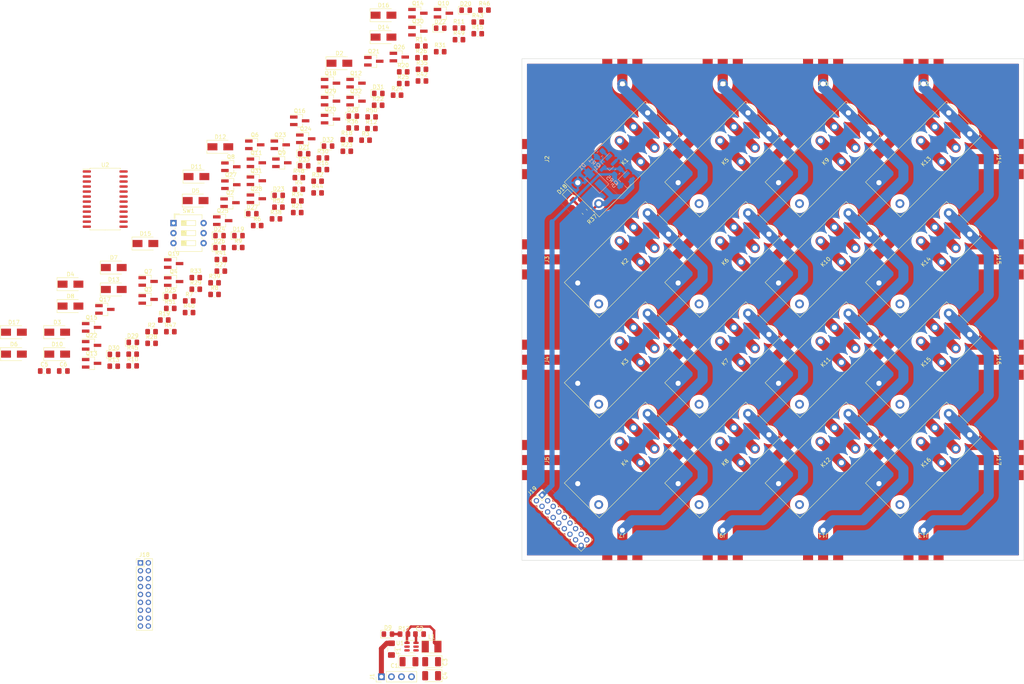
<source format=kicad_pcb>
(kicad_pcb (version 20211014) (generator pcbnew)
  (layers (0 "F.Cu" signal) (31 "B.Cu" signal) (34 "B.Paste" user) (35 "F.Paste" user) (36 "B.SilkS" user "B.Silkscreen") (37 "F.SilkS" user "F.Silkscreen") (38 "B.Mask" user) (39 "F.Mask" user) (44 "Edge.Cuts" user))
  (net 0 "")
  (net 1 "+12V")
  (net 2 "GND")
  (net 3 "Net-(C2-Pad1)")
  (net 4 "Net-(C2-Pad2)")
  (net 5 "+5V")
  (net 6 "X1Y1")
  (net 7 "X2Y1")
  (net 8 "X3Y1")
  (net 9 "Net-(D9-Pad2)")
  (net 10 "Net-(D18-Pad2)")
  (net 11 "Net-(D19-Pad2)")
  (net 12 "Net-(D20-Pad2)")
  (net 13 "Net-(D21-Pad2)")
  (net 14 "Net-(D22-Pad2)")
  (net 15 "Net-(D23-Pad2)")
  (net 16 "Net-(D24-Pad2)")
  (net 17 "Net-(D25-Pad2)")
  (net 18 "Net-(D26-Pad2)")
  (net 19 "Net-(D27-Pad2)")
  (net 20 "Net-(D28-Pad2)")
  (net 21 "Net-(D29-Pad2)")
  (net 22 "Net-(D30-Pad2)")
  (net 23 "Net-(D31-Pad2)")
  (net 24 "Net-(D32-Pad2)")
  (net 25 "Net-(D33-Pad2)")
  (net 26 "Net-(F1-Pad1)")
  (net 27 "SCL")
  (net 28 "SDA")
  (net 29 "Net-(J2-Pad1)")
  (net 30 "Net-(J3-Pad1)")
  (net 31 "Net-(J4-Pad1)")
  (net 32 "Net-(J5-Pad1)")
  (net 33 "Net-(J6-Pad1)")
  (net 34 "Net-(J8-Pad1)")
  (net 35 "Net-(J10-Pad1)")
  (net 36 "Net-(J12-Pad1)")
  (net 37 "Net-(J14-Pad1)")
  (net 38 "Net-(J15-Pad1)")
  (net 39 "Net-(J16-Pad1)")
  (net 40 "Net-(J17-Pad1)")
  (net 41 "Net-(K5-Pad3)")
  (net 42 "Net-(K2-Pad2)")
  (net 43 "Net-(K3-Pad2)")
  (net 44 "Net-(K4-Pad2)")
  (net 45 "X4Y1")
  (net 46 "Net-(K5-Pad2)")
  (net 47 "X1Y2")
  (net 48 "Net-(K10-Pad3)")
  (net 49 "X2Y2")
  (net 50 "Net-(K11-Pad3)")
  (net 51 "X3Y2")
  (net 52 "Net-(K12-Pad3)")
  (net 53 "X4Y2")
  (net 54 "Net-(K13-Pad3)")
  (net 55 "X1Y3")
  (net 56 "Net-(K10-Pad2)")
  (net 57 "X2Y3")
  (net 58 "Net-(K11-Pad2)")
  (net 59 "X3Y3")
  (net 60 "Net-(K12-Pad2)")
  (net 61 "X4Y3")
  (net 62 "X1Y4")
  (net 63 "X2Y4")
  (net 64 "X3Y4")
  (net 65 "X4Y4")
  (net 66 "IO0")
  (net 67 "Net-(Q1-Pad3)")
  (net 68 "IO1")
  (net 69 "Net-(Q2-Pad3)")
  (net 70 "IO2")
  (net 71 "Net-(Q3-Pad3)")
  (net 72 "IO3")
  (net 73 "Net-(Q4-Pad3)")
  (net 74 "IO4")
  (net 75 "Net-(Q13-Pad1)")
  (net 76 "IO5")
  (net 77 "Net-(Q10-Pad3)")
  (net 78 "IO6")
  (net 79 "Net-(Q11-Pad3)")
  (net 80 "IO7")
  (net 81 "Net-(Q12-Pad3)")
  (net 82 "IO8")
  (net 83 "Net-(Q17-Pad3)")
  (net 84 "IO9")
  (net 85 "Net-(Q18-Pad3)")
  (net 86 "IO10")
  (net 87 "Net-(Q19-Pad3)")
  (net 88 "IO11")
  (net 89 "Net-(Q20-Pad3)")
  (net 90 "IO12")
  (net 91 "Net-(Q25-Pad3)")
  (net 92 "IO13")
  (net 93 "Net-(Q26-Pad3)")
  (net 94 "IO14")
  (net 95 "Net-(Q27-Pad3)")
  (net 96 "IO15")
  (net 97 "Net-(Q28-Pad3)")
  (net 98 "/AD2")
  (net 99 "/AD1")
  (net 100 "/AD0")
  (net 102 "+12VA")
  (net 103 "GNDREF")
  (net 104 "RY0")
  (net 105 "RY1")
  (net 106 "RY2")
  (net 107 "RY3")
  (net 108 "RY4")
  (net 109 "RY5")
  (net 110 "RY6")
  (net 111 "RY7")
  (net 112 "RY8")
  (net 113 "RY9")
  (net 114 "RY10")
  (net 115 "RY11")
  (net 116 "RY12")
  (net 117 "RY13")
  (net 118 "RY14")
  (net 119 "RY15")
  (footprint "Package_TO_SOT_SMD:SOT-23_Handsoldering" (layer "F.Cu") (at 49.88 13.87)
    (fp_text reference "Q14")
    (fp_text value "ISS17EP06LM")
  )
  (footprint "Diode_SMD:D_SMA" (layer "F.Cu") (at -38.02 82.47)
    (fp_text reference "D4")
    (fp_text value "S1G")
  )
  (footprint "Diode_SMD:D_SMA" (layer "F.Cu") (at 41.18 14.37)
    (fp_text reference "D16")
    (fp_text value "S1G")
  )
  (footprint "omron:G2RL-1E" (layer "F.Cu") (at 101.6 76.2 45)
    (fp_text reference "K2")
    (fp_text value "G2RL-1-E")
  )
  (footprint "Capacitor_Tantalum_SMD:CP_EIA-3528-15_AVX-H_Pad1.50x2.35mm_HandSolder" (layer "F.Cu") (at 53.34 181.61 180)
    (fp_text reference "C4")
    (fp_text value "22uF")
  )
  (footprint "Package_TO_SOT_SMD:SOT-23_Handsoldering" (layer "F.Cu") (at 8.6 47.19)
    (fp_text reference "Q6")
    (fp_text value "ISS17EP06LM")
  )
  (footprint "Resistor_SMD:R_0805_2012Metric_Pad1.20x1.40mm_HandSolder" (layer "F.Cu") (at -1.57 85.07)
    (fp_text reference "R8")
    (fp_text value "10k")
  )
  (footprint "Resistor_SMD:R_0805_2012Metric_Pad1.20x1.40mm_HandSolder" (layer "F.Cu") (at 0.02 79.17)
    (fp_text reference "R27")
    (fp_text value "10k")
  )
  (footprint "Resistor_SMD:R_0805_2012Metric_Pad1.20x1.40mm_HandSolder" (layer "F.Cu") (at 25.84 50.51)
    (fp_text reference "R30")
    (fp_text value "10k")
  )
  (footprint "Resistor_SMD:R_0805_2012Metric_Pad1.20x1.40mm_HandSolder" (layer "F.Cu") (at -12.75 94.5)
    (fp_text reference "R47")
    (fp_text value "1k")
  )
  (footprint "Capacitor_SMD:C_0805_2012Metric_Pad1.18x1.45mm_HandSolder" (layer "F.Cu") (at -39.83 104.46)
    (fp_text reference "C6")
    (fp_text value "0.1uF")
  )
  (footprint "Inductor_SMD:L_Taiyo-Yuden_NR-30xx_HandSoldering" (layer "F.Cu") (at 53.34 174.244)
    (fp_text reference "L1")
    (fp_text value "4.7uH")
  )
  (footprint "Resistor_SMD:R_0805_2012Metric_Pad1.20x1.40mm_HandSolder" (layer "F.Cu") (at 9.22 67.63)
    (fp_text reference "R6")
    (fp_text value "10k")
  )
  (footprint "conn:Coax_Edge_2.54_1.27" (layer "F.Cu") (at 78.74 127 90)
    (fp_text reference "J5")
    (fp_text value "X4_IN")
  )
  (footprint "LED_SMD:LED_0805_2012Metric_Pad1.15x1.40mm_HandSolder" (layer "F.Cu") (at 61.975 13.115)
    (fp_text reference "D20")
    (fp_text value "RY")
  )
  (footprint "Diode_SMD:D_SMA" (layer "F.Cu") (at -41.38 100.18)
    (fp_text reference "D10")
    (fp_text value "S1G")
  )
  (footprint "Fuse:Fuse_1206_3216Metric_Pad1.42x1.75mm_HandSolder" (layer "F.Cu") (at 43.18 174.879 -90)
    (fp_text reference "F1")
    (fp_text value "1A")
  )
  (footprint "Capacitor_SMD:C_0805_2012Metric_Pad1.18x1.45mm_HandSolder" (layer "F.Cu") (at -44.64 104.46)
    (fp_text reference "C5")
    (fp_text value "0.1uF")
  )
  (footprint "Package_TO_SOT_SMD:SOT-23_Handsoldering" (layer "F.Cu") (at 2.55 52.74)
    (fp_text reference "Q8")
    (fp_text value "ISS17EP06LM")
  )
  (footprint "Package_TO_SOT_SMD:SOT-23_Handsoldering" (layer "F.Cu") (at 27.77 40.68)
    (fp_text reference "Q20")
    (fp_text value "PMBF170")
  )
  (footprint "Package_TO_SOT_SMD:SOT-23_Handsoldering" (layer "F.Cu") (at 9 51.74)
    (fp_text reference "Q11")
    (fp_text value "PMBF170")
  )
  (footprint "Diode_SMD:D_SMA" (layer "F.Cu") (at -6.15 55.23)
    (fp_text reference "D11")
    (fp_text value "S1G")
  )
  (footprint "Resistor_SMD:R_0805_2012Metric_Pad1.20x1.40mm_HandSolder" (layer "F.Cu") (at 46.355 171.069 180)
    (fp_text reference "R17")
    (fp_text value "1k")
  )
  (footprint "Resistor_SMD:R_0805_2012Metric_Pad1.20x1.40mm_HandSolder" (layer "F.Cu") (at 60.27 17.62)
    (fp_text reference "R11")
    (fp_text value "10k")
  )
  (footprint "Diode_SMD:D_SMA" (layer "F.Cu") (at -52.33 100.18)
    (fp_text reference "D6")
    (fp_text value "S1G")
  )
  (footprint "Resistor_SMD:R_0805_2012Metric_Pad1.20x1.40mm_HandSolder" (layer "F.Cu") (at 0.02 76.22)
    (fp_text reference "R41")
    (fp_text value "1k")
  )
  (footprint "LED_SMD:LED_0805_2012Metric_Pad1.15x1.40mm_HandSolder" (layer "F.Cu") (at 33.415 39.925)
    (fp_text reference "D28")
    (fp_text value "RY")
  )
  (footprint "Resistor_SMD:R_0805_2012Metric_Pad1.20x1.40mm_HandSolder" (layer "F.Cu") (at 66.72 13.07)
    (fp_text reference "R46")
    (fp_text value "1k")
  )
  (footprint "omron:G2RL-1E" (layer "F.Cu") (at 101.6 50.8 45)
    (fp_text reference "K1")
    (fp_text value "G2RL-1-E")
  )
  (footprint "conn:Coax_Edge_2.54_1.27" (layer "F.Cu") (at 200.66 127 -90)
    (fp_text reference "J17")
    (fp_text value "X4_OUT")
  )
  (footprint "Resistor_SMD:R_0805_2012Metric_Pad1.20x1.40mm_HandSolder" (layer "F.Cu") (at 46.16 31.67)
    (fp_text reference "R25")
    (fp_text value "10k")
  )
  (footprint "conn:Coax_Edge_2.54_1.27" (layer "F.Cu") (at 127 149.86 180)
    (fp_text reference "J9")
    (fp_text value "Y2_OUT")
  )
  (footprint "Resistor_SMD:R_0805_2012Metric_Pad1.20x1.40mm_HandSolder" (layer "F.Cu") (at -8.02 89.66)
    (fp_text reference "R40")
    (fp_text value "1k")
  )
  (footprint "Resistor_SMD:R_0805_2012Metric_Pad1.20x1.40mm_HandSolder" (layer "F.Cu") (at 50.77 25.12)
    (fp_text reference "R26")
    (fp_text value "10k")
  )
  (footprint "omron:G2RL-1E" (layer "F.Cu") (at 127 76.2 45)
    (fp_text reference "K6")
    (fp_text value "G2RL-1-E")
  )
  (footprint "Package_TO_SOT_SMD:SOT-23_Handsoldering" (layer "F.Cu") (at 15.05 47.19)
    (fp_text reference "Q23")
    (fp_text value "ISS17EP06LM")
  )
  (footprint "Resistor_SMD:R_0805_2012Metric_Pad1.20x1.40mm_HandSolder" (layer "F.Cu") (at -12.77 88.6)
    (fp_text reference "R51")
    (fp_text value "1k")
  )
  (footprint "conn:Coax_Edge_2.54_1.27" (layer "F.Cu") (at 127 27.94)
    (fp_text reference "J8")
    (fp_text value "Y2_IN")
  )
  (footprint "Resistor_SMD:R_0805_2012Metric_Pad1.20x1.40mm_HandSolder" (layer "F.Cu") (at 46.16 28.72)
    (fp_text reference "R20")
    (fp_text value "10k")
  )
  (footprint "Resistor_SMD:R_0805_2012Metric_Pad1.20x1.40mm_HandSolder" (layer "F.Cu") (at -7.98 86.71)
    (fp_text reference "R7")
    (fp_text value "10k")
  )
  (footprint "Diode_SMD:D_SMA" (layer "F.Cu") (at -19.06 72.18)
    (fp_text reference "D15")
    (fp_text value "S1G")
  )
  (footprint "conn:Coax_Edge_2.54_1.27" (layer "F.Cu") (at 78.74 76.2 90)
    (fp_text reference "J3")
    (fp_text value "X2_IN")
  )
  (footprint "Resistor_SMD:R_0805_2012Metric_Pad1.20x1.40mm_HandSolder" (layer "F.Cu") (at 55.52 23.61)
    (fp_text reference "R31")
    (fp_text value "10k")
  )
  (footprint "Diode_SMD:D_SMA" (layer "F.Cu") (at 41.18 19.92)
    (fp_text reference "D14")
    (fp_text value "S1G")
  )
  (footprint "omron:G2RL-1E" (layer "F.Cu") (at 177.8 101.6 45)
    (fp_text reference "K15")
    (fp_text value "G2RL-1-E")
  )
  (footprint "LED_SMD:LED_0805_2012Metric_Pad1.15x1.40mm_HandSolder" (layer "F.Cu") (at 21.095 52.495)
    (fp_text reference "D33")
    (fp_text value "RY")
  )
  (footprint "Resistor_SMD:R_0805_2012Metric_Pad1.20x1.40mm_HandSolder" (layer "F.Cu") (at -6.32 80.81)
    (fp_text reference "R33")
    (fp_text value "10k")
  )
  (footprint "Package_TO_SOT_SMD:SOT-23_Handsoldering" (layer "F.Cu") (at 2.34 61.84)
    (fp_text reference "Q2")
    (fp_text value "PMBF170")
  )
  (footprint "LED_SMD:LED_0805_2012Metric_Pad1.15x1.40mm_HandSolder" (layer "F.Cu") (at -12.725 85.605)
    (fp_text reference "D25")
    (fp_text value "RY")
  )
  (footprint "conn:Coax_Edge_2.54_1.27" (layer "F.Cu") (at 78.74 101.6 90)
    (fp_text reference "J4")
    (fp_text value "X3_IN")
  )
  (footprint "Resistor_SMD:R_0805_2012Metric_Pad1.20x1.40mm_HandSolder" (layer "F.Cu") (at 24.5 59.36)
    (fp_text reference "R44")
    (fp_text value "1k")
  )
  (footprint "Package_TO_SOT_SMD:SOT-23_Handsoldering" (layer "F.Cu") (at 38.72 26.03)
    (fp_text reference "Q21")
    (fp_text value "ISS17EP06LM")
  )
  (footprint "LED_SMD:LED_0805_2012Metric_Pad1.15x1.40mm_HandSolder" (layer "F.Cu") (at 21.095 49.455)
    (fp_text reference "D21")
    (fp_text value "RY")
  )
  (footprint "omron:G2RL-1E" (layer "F.Cu") (at 101.6 127 45)
    (fp_text reference "K4")
    (fp_text value "G2RL-1-E")
  )
  (footprint "omron:G2RL-1E" (layer "F.Cu") (at 177.8 50.8 45)
    (fp_text reference "K13")
    (fp_text value "G2RL-1-E")
  )
  (footprint "Resistor_SMD:R_0805_2012Metric_Pad1.20x1.40mm_HandSolder" (layer "F.Cu") (at -17.5 97.45)
    (fp_text reference "R28")
    (fp_text value "10k")
  )
  (footprint "Package_TO_SOT_SMD:SOT-23_Handsoldering" (layer "F.Cu") (at -29.32 88.86)
    (fp_text reference "Q17")
    (fp_text value "PMBF170")
  )
  (footprint "Package_TO_SOT_SMD:SOT-23_Handsoldering" (layer "F.Cu") (at 19.97 41.11)
    (fp_text reference "Q16")
    (fp_text value "ISS17EP06LM")
  )
  (footprint "Diode_SMD:D_SMA" (layer "F.Cu") (at -41.38 94.63)
    (fp_text reference "D3")
    (fp_text value "S1G")
  )
  (footprint "LED_SMD:LED_0805_2012Metric_Pad1.15x1.40mm_HandSolder" (layer "F.Cu") (at -0.315 73.225)
    (fp_text reference "D26")
    (fp_text value "RY")
  )
  (footprint "conn:Coax_Edge_2.54_1.27" (layer "F.Cu") (at 200.66 76.2 -90)
    (fp_text reference "J15")
    (fp_text value "X2_OUT")
  )
  (footprint "Resistor_SMD:R_0805_2012Metric_Pad1.20x1.40mm_HandSolder" (layer "F.Cu") (at 65.02 19.06)
    (fp_text reference "R15")
    (fp_text value "10k")
  )
  (footprint "Diode_SMD:D_SMA" (layer "F.Cu") (at 30.02 26.53)
    (fp_text reference "D2")
    (fp_text value "S1G")
  )
  (footprint "Resistor_SMD:R_0805_2012Metric_Pad1.20x1.40mm_HandSolder" (layer "F.Cu") (at -22.29 103.15)
    (fp_text reference "R10")
    (fp_text value "10k")
  )
  (footprint "LED_SMD:LED_0805_2012Metric_Pad1.15x1.40mm_HandSolder" (layer "F.Cu") (at -27.035 100.245)
    (fp_text reference "D30")
    (fp_text value "RY")
  )
  (footprint "conn:Coax_Edge_2.54_1.27" (layer "F.Cu") (at 152.4 149.86 180)
    (fp_text reference "J11")
    (fp_text value "Y3_OUT")
  )
  (footprint "conn:Coax_Edge_2.54_1.27" (layer "F.Cu") (at 177.8 149.86 180)
    (fp_text reference "J13")
    (fp_text value "Y4_OUT")
  )
  (footprint "Resistor_SMD:R_0805_2012Metric_Pad1.20x1.40mm_HandSolder" (layer "F.Cu") (at 50.91 31.02)
    (fp_text reference "R42")
    (fp_text value "1k")
  )
  (footprint "Package_TO_SOT_SMD:SOT-23_Handsoldering" (layer "F.Cu") (at 21.5 45.66)
    (fp_text reference "Q24")
    (fp_text value "ISS17EP06LM")
  )
  (footprint "Connector_PinSocket_2.00mm:PinSocket_2x09_P2.00mm_Vertical" (layer "F.Cu") (at 81.28 135.89 45)
    (fp_text reference "J19")
    (fp_text value "INTF_IN")
  )
  (footprint "Package_TO_SOT_SMD:SOT-23_Handsoldering" (layer "F.Cu") (at 34.22 31.58)
    (fp_text reference "Q12")
    (fp_text value "PMBF170")
  )
  (footprint "LED_SMD:LED_0805_2012Metric_Pad1.15x1.40mm_HandSolder" (layer "F.Cu") (at 14.645 59.985)
    (fp_text reference "D23")
    (fp_text value "RY")
  )
  (footprint "Package_TO_SOT_SMD:SOT-23_Handsoldering" (layer "F.Cu") (at 27.77 36.13)
    (fp_text reference "Q29")
    (fp_text value "ISS17EP06LM")
  )
  (footprint "Resistor_SMD:R_0805_2012Metric_Pad1.20x1.40mm_HandSolder" (layer "F.Cu") (at 38.12 43.07)
    (fp_text reference "R12")
    (fp_text value "10k")
  )
  (footprint "Resistor_SMD:R_0805_2012Metric_Pad1.20x1.40mm_HandSolder" (layer "F.Cu") (at -17.5 94.5)
    (fp_text reference "R2")
    (fp_text value "10k")
  )
  (footprint "Resistor_SMD:R_0805_2012Metric_Pad1.20x1.40mm_HandSolder" (layer "F.Cu") (at 39.82 37.17)
    (fp_text reference "R22")
    (fp_text value "10k")
  )
  (footprint "Resistor_SMD:R_0805_2012Metric_Pad1.20x1.40mm_HandSolder" (layer "F.Cu") (at 19.39 61.39)
    (fp_text reference "R34")
    (fp_text value "10k")
  )
  (footprint "Package_TO_SOT_SMD:SOT-23_Handsoldering" (layer "F.Cu") (at 34.22 36.13)
    (fp_text reference "Q32")
    (fp_text value "ISS17EP06LM")
  )
  (footprint "Resistor_SMD:R_0805_2012Metric_Pad1.20x1.40mm_HandSolder" (layer "F.Cu") (at 14.6 62.98)
    (fp_text reference "R52")
    (fp_text value "1k")
  )
  (footprint "Package_TO_SOT_SMD:SOT-23_Handsoldering" (layer "F.Cu") (at 0.49 66.39)
    (fp_text reference "Q25")
    (fp_text value "PMBF170")
  )
  (footprint "Capacitor_SMD:C_0805_2012Metric_Pad1.18x1.45mm_HandSolder" (layer "F.Cu") (at 50.292 171.069)
    (fp_text reference "C2")
    (fp_text value "100nF")
  )
  (footprint "LED_SMD:LED_0805_2012Metric_Pad1.15x1.40mm_HandSolder" (layer "F.Cu") (at 88.354784 60.414784 -45)
    (fp_text reference "D18")
    (fp_text value "RY")
  )
  (footprint "LED_SMD:LED_0805_2012Metric_Pad1.15x1.40mm_HandSolder" (layer "F.Cu") (at 42.3 171.069)
    (fp_text reference "D9")
    (fp_text value "PWR")
  )
  (footprint "Resistor_SMD:R_0805_2012Metric_Pad1.20x1.40mm_HandSolder" (layer "F.Cu") (at 38.16 40.12)
    (fp_text reference "R50")
    (fp_text value "1k")
  )
  (footprint "Package_TO_SOT_SMD:SOT-23_Handsoldering" (layer "F.Cu") (at -32.68 102.51)
    (fp_text reference "Q13")
    (fp_text value "ISS17EP06LM")
  )
  (footprint "omron:G2RL-1E" (layer "F.Cu") (at 127 101.6 45)
    (fp_text reference "K7")
    (fp_text value "G2RL-1-E")
  )
  (footprint "Package_TO_SOT_SMD:SOT-23_Handsoldering" (layer "F.Cu") (at 15.45 51.74)
    (fp_text reference "Q9")
    (fp_text value "PMBF170")
  )
  (footprint "Resistor_SMD:R_0805_2012Metric_Pad1.20x1.40mm_HandSolder" (layer "F.Cu") (at 65.02 16.11)
    (fp_text reference "R43")
    (fp_text value "1k")
  )
  (footprint "conn:Coax_Edge_2.54_1.27" (layer "F.Cu") (at 152.4 27.94)
    (fp_text reference "J10")
    (fp_text value "Y3_IN")
  )
  (footprint "Package_TO_SOT_SMD:SOT-23_Handsoldering" (layer "F.Cu") (at -11.92 77.26)
    (fp_text reference "Q19")
    (fp_text value "PMBF170")
  )
  (footprint "LED_SMD:LED_0805_2012Metric_Pad1.15x1.40mm_HandSolder" (layer "F.Cu") (at -0.315 70.185)
    (fp_text reference "D24")
    (fp_text value "RY")
  )
  (footprint "Package_TO_SOT_SMD:SOT-23_Handsoldering" (layer "F.Cu") (at -18.37 81.78)
    (fp_text reference "Q7")
    (fp_text value "ISS17EP06LM")
  )
  (footprint "omron:G2RL-1E" (layer "F.Cu") (at 127 50.8 45)
    (fp_text reference "K5")
    (fp_text value "G2RL-1-E")
  )
  (footprint "Resistor_SMD:R_0805_2012Metric_Pad1.20x1.40mm_HandSolder" (layer "F.Cu") (at 24.5 56.41)
    (fp_text reference "R32")
    (fp_text value "10k")
  )
  (footprint "LED_SMD:LED_0805_2012Metric_Pad1.15x1.40mm_HandSolder" (layer "F.Cu") (at 7.985 64.635)
    (fp_text reference "D27")
    (fp_text value "RY")
  )
  (footprint "Resistor_SMD:R_0805_2012Metric_Pad1.20x1.40mm_HandSolder" (layer "F.Cu") (at 4.43 73.18)
    (fp_text reference "R9")
    (fp_text value "10k")
  )
  (footprint "Resistor_SMD:R_0805_2012Metric_Pad1.20x1.40mm_HandSolder" (layer "F.Cu") (at 25.84 53.46)
    (fp_text reference "R16")
    (fp_text value "10k")
  )
  (footprint "Diode_SMD:D_SMA" (layer "F.Cu") (at -6.36 61.31)
    (fp_text reference "D5")
    (fp_text value "S1G")
  )
  (footprint "LED_SMD:LED_0805_2012Metric_Pad1.15x1.40mm_HandSolder" (layer "F.Cu") (at 55.525 17.665)
    (fp_text reference "D22")
    (fp_text value "RY")
  )
  (footprint "Package_TO_SOT_SMD:SOT-23_Handsoldering" (layer "F.Cu") (at -32.68 93.41)
    (fp_text reference "Q15")
    (fp_text value "ISS17EP06LM")
  )
  (footprint "Resistor_SMD:R_0805_2012Metric_Pad1.20x1.40mm_HandSolder" (layer "F.Cu") (at 31.89 45.87)
    (fp_text reference "R18")
    (fp_text value "10k")
  )
  (footprint "Package_TO_SOT_SMD:SOT-23_Handsoldering" (layer "F.Cu") (at 2.55 57.29)
    (fp_text reference "Q27")
    (fp_text value "PMBF170")
  )
  (footprint "Resistor_SMD:R_0805_2012Metric_Pad1.20x1.40mm_HandSolder" (layer "F.Cu") (at -1.57 82.12)
    (fp_text reference "R39")
    (fp_text value "1k")
  )
  (footprint "omron:G2RL-1E" (layer "F.Cu") (at 127 127 45)
    (fp_text reference "K8")
    (fp_text value "G2RL-1-E")
  )
  (footprint "conn:Coax_Edge_2.54_1.27" (layer "F.Cu") (at 177.8 27.94)
    (fp_text reference "J12")
    (fp_text value "Y4_IN")
  )
  (footprint "Resistor_SMD:R_0805_2012Metric_Pad1.20x1.40mm_HandSolder" (layer "F.Cu") (at -27.08 103.24)
    (fp_text reference "R13")
    (fp_text value "10k")
  )
  (footprint "Resistor_SMD:R_0805_2012Metric_Pad1.20x1.40mm_HandSolder" (layer "F.Cu") (at 60.27 20.57)
    (fp_text reference "R49")
    (fp_text value "1k")
  )
  (footprint "Package_TO_SOT_SMD:SOT-23_Handsoldering" (layer "F.Cu") (at 45.17 24.97)
    (fp_text reference "Q26")
    (fp_text value "PMBF170")
  )
  (footprint "Package_TO_SOT_SMD:SOT-23_Handsoldering" (layer "F.Cu") (at 56.33 13.87)
    (fp_text reference "Q10")
    (fp_text value "PMBF170")
  )
  (footprint "Resistor_SMD:R_0805_2012Metric_Pad1.20x1.40mm_HandSolder" (layer "F.Cu") (at -6.32 83.76)
    (fp_text reference "R29")
    (fp_text value "10k")
  )
  (footprint "Resistor_SMD:R_0805_2012Metric_Pad1.20x1.40mm_HandSolder" (layer "F.Cu") (at 19.35 64.34)
    (fp_text reference "R21")
    (fp_text value "10k")
  )
  (footprint "Capacitor_Tantalum_SMD:CP_EIA-3528-15_AVX-H_Pad1.50x2.35mm_HandSolder" (layer "F.Cu") (at 53.34 178.054 180)
    (fp_text reference "C3")
    (fp_text value "22uF")
  )
  (footprint "Package_SO:SOIC-24W_7.5x15.4mm_P1.27mm" (layer "F.Cu") (at -29.24 60.93)
    (fp_text reference "U2")
    (fp_text value "PCA9535EDTR2G")
  )
  (footprint "Diode_SMD:D_SMA" (layer "F.Cu") (at -38.02 88.02)
    (fp_text reference "D8")
    (fp_text value "S1G")
  )
  (footprint "omron:G2RL-1E" (layer "F.Cu") (at 177.8 127 45)
    (fp_text reference "K16")
    (fp_text value "G2RL-1-E")
  )
  (footprint "Package_TO_SOT_SMD:SOT-23_Handsoldering" (layer "F.Cu") (at -11.92 81.81)
    (fp_text reference "Q4")
    (fp_text value "PMBF170")
  )
  (footprint "Resistor_SMD:R_0805_2012Metric_Pad1.20x1.40mm_HandSolder" (layer "F.Cu") (at 31.89 48.82)
    (fp_text reference "R23")
    (fp_text value "10k")
  )
  (footprint "LED_SMD:LED_0805_2012Metric_Pad1.15x1.40mm_HandSolder" (layer "F.Cu") (at -22.245 97.205)
    (fp_text reference "D29")
    (fp_text value "RY")
  )
  (footprint "Package_TO_SOT_SMD:SOT-23_Handsoldering" (layer "F.Cu") (at 49.88 18.42)
    (fp_text reference "Q30")
    (fp_text value "ISS17EP06LM")
  )
  (footprint "Resistor_SMD:R_0805_2012Metric_Pad1.20x1.40mm_HandSolder" (layer "F.Cu") (at 44.61 34.62)
    (fp_text reference "R24")
    (fp_text value "10k")
  )
  (footprint "Resistor_SMD:R_0805_2012Metric_Pad1.20x1.40mm_HandSolder" (layer "F.Cu") (at 50.77 22.17)
    (fp_text reference "R14")
    (fp_text value "10k")
  )
  (footprint "Resistor_SMD:R_0805_2012Metric_Pad1.20x1.40mm_HandSolder" (layer "F.Cu") (at 92.075 64.135 135)
    (fp_text reference "R37")
    (fp_text value "1k")
  )
  (footprint "conn:Coax_Edge_2.54_1.27" (layer "F.Cu") (at 78.74 50.8 90)
    (fp_text reference "J2")
    (fp_text value "X1_IN")
  )
  (footprint "Resistor_SMD:R_0805_2012Metric_Pad1.20x1.40mm_HandSolder" (layer "F.Cu") (at 36.64 46.02)
    (fp_text reference "R3")
    (fp_text value "10k")
  )
  (footprint "Resistor_SMD:R_0805_2012Metric_Pad1.20x1.40mm_HandSolder" (layer "F.Cu") (at 19.75 55.49)
    (fp_text reference "R48")
    (fp_text value "1k")
  )
  (footprint "omron:G2RL-1E" (layer "F.Cu") (at 152.4 50.8 45)
    (fp_text reference "K9")
    (fp_text value "G2RL-1-E")
  )
  (footprint "Diode_SMD:D_SMA" (layer "F.Cu") (at -52.33 94.63)
    (fp_text reference "D17")
    (fp_text value "S1G")
  )
  (footprint "conn:Coax_Edge_2.54_1.27" (layer "F.Cu") (at 101.6 27.94)
    (fp_text reference "J6")
    (fp_text value "Y1_IN")
  )
  (footprint "Connector_PinHeader_2.54mm:PinHeader_1x04_P2.54mm_Vertical" (layer "F.Cu") (at 40.64 181.864 90)
    (fp_text reference "J1")
    (fp_text value "CTRL")
  )
  (footprint "Resistor_SMD:R_0805_2012Metric_Pad1.20x1.40mm_HandSolder" (layer "F.Cu") (at 33.37 42.92)
    (fp_text reference "R36")
    (fp_text value "10k")
  )
  (footprint "conn:Coax_Edge_2.54_1.27" (layer "F.Cu") (at 101.6 149.86 180)
    (fp_text reference "J7")
    (fp_text value "Y1_OUT")
  )
  (footprint "Resistor_SMD:R_0805_2012Metric_Pad1.20x1.40mm_HandSolder" (layer "F.Cu") (at 50.91 28.07)
    (fp_text reference "R35")
    (fp_text value "10k")
  )
  (footprint "Resistor_SMD:R_0805_2012Metric_Pad1.20x1.40mm_HandSolder" (layer "F.Cu") (at -14.29 91.55)
    (fp_text reference "R19")
    (fp_text value "10k")
  )
  (footprint "Package_TO_SOT_SMD:SOT-23_Handsoldering" (layer "F.Cu") (at 9 56.29)
    (fp_text reference "Q31")
    (fp_text value "ISS17EP06LM")
  )
  (footprint "Resistor_SMD:R_0805_2012Metric_Pad1.20x1.40mm_HandSolder" (layer "F.Cu") (at 13.97 65.93)
    (fp_text reference "R38")
    (fp_text value "1k")
  )
  (footprint "Resistor_SMD:R_0805_2012Metric_Pad1.20x1.40mm_HandSolder" (layer "F.Cu") (at -22.29 100.2)
    (fp_text reference "R45")
    (fp_text value "1k")
  )
  (footprint "LED_SMD:LED_0805_2012Metric_Pad1.15x1.40mm_HandSolder" (layer "F.Cu") (at 39.865 34.175)
    (fp_text reference "D31")
    (fp_text value "RY")
  )
  (footprint "conn:Coax_Edge_2.54_1.27" (layer "F.Cu") (at 200.66 101.6 -90)
    (fp_text reference "J16")
    (fp_text value "X3_OUT")
  )
  (footprint "omron:G2RL-1E" (layer "F.Cu") (at 101.6 101.6 45)
    (fp_text reference "K3")
    (fp_text value "G2RL-1-E")
  )
  (footprint "Package_TO_SOT_SMD:SOT-23_Handsoldering" (layer "F.Cu") (at 27.77 31.58)
    (fp_text reference "Q18")
    (fp_text value "PMBF170")
  )
  (footprint "conn:Coax_Edge_2.54_1.27" (layer "F.Cu") (at 200.66 50.8 -90)
    (fp_text reference "J14")
    (fp_text value "X1_OUT")
  )
  (footprint "Capacitor_Tantalum_SMD:CP_EIA-3528-15_AVX-H_Pad1.50x2.35mm_HandSolder" (layer "F.Cu") (at 47.625 178.054)
    (fp_text reference "C1")
    (fp_text value "10uF")
  )
  (footprint "Package_TO_SOT_SMD:SOT-23_Handsoldering" (layer "F.Cu") (at 9 60.84)
    (fp_text reference "Q28")
    (fp_text value "PMBF170")
  )
  (footprint "Package_TO_SOT_SMD:SOT-23_Handsoldering" (layer "F.Cu") (at -18.37 86.33)
    (fp_text reference "Q3")
    (fp_text value "PMBF170")
  )
  (footprint "omron:G2RL-1E" (layer "F.Cu") (at 152.4 127 45)
    (fp_text reference "K12")
    (fp_text value "G2RL-1-E")
  )
  (footprint "Diode_SMD:D_SMA" (layer "F.Cu") (at -27.07 78.26)
    (fp_text reference "D7")
    (fp_text value "S1G")
  )
  (footprint "LED_SMD:LED_0805_2012Metric_Pad1.15x1.40mm_HandSolder" (layer "F.Cu") (at 27.145 47.515)
    (fp_text reference "D32")
    (fp_text value "RY")
  )
  (footprint "Button_Switch_THT:SW_DIP_SPSTx03_Slide_6.7x9.18mm_W7.62mm_P2.54mm_LowProfile" (layer "F.Cu") (at -11.96 67.01)
    (fp_text reference "SW1")
    (fp_text value "SW_DIP_x03")
  )
  (footprint "Diode_SMD:D_SMA" (layer "F.Cu") (at -27.07 83.81)
    (fp_text reference "D13")
    (fp_text value "S1G")
  )
  (footprint "omron:G2RL-1E" (layer "F.Cu") (at 152.4 76.2 45)
    (fp_text reference "K10")
    (fp_text value "G2RL-1-E")
  )
  (footprint "Diode_SMD:D_SMA" (layer "F.Cu") (at -0.1 47.69)
    (fp_text reference "D12")
    (fp_text value "S1G")
  )
  (footprint "Connector_PinHeader_2.00mm:PinHeader_2x09_P2.00mm_Vertical" (layer "F.Cu") (at -20.32 153.035)
    (fp_text reference "J18")
    (fp_text value "INTF_OUT")
  )
  (footprint "Resistor_SMD:R_0805_2012Metric_Pad1.20x1.40mm_HandSolder" (layer "F.Cu") (at 19.75 58.44)
    (fp_text reference "R4")
    (fp_text value "10k")
  )
  (footprint "omron:G2RL-1E" (layer "F.Cu") (at 152.4 101.6 45)
    (fp_text reference "K11")
    (fp_text value "G2RL-1-E")
  )
  (footprint "omron:G2RL-1E" (layer "F.Cu") (at 177.8 76.2 45)
    (fp_text reference "K14")
    (fp_text value "G2RL-1-E")
  )
  (footprint "Package_TO_SOT_SMD:SOT-23_Handsoldering" (layer "F.Cu") (at -32.68 97.96)
    (fp_text reference "Q22")
    (fp_text value "ISS17EP06LM")
  )
  (footprint "LED_SMD:LED_0805_2012Metric_Pad1.15x1.40mm_HandSolder" (layer "F.Cu") (at 4.475 70.185)
    (fp_text reference "D19")
    (fp_text value "RY")
  )
  (footprint "Package_TO_SOT_SMD:TSOT-23-6" (layer "F.Cu") (at 48.26 174.244)
    (fp_text reference "U1")
    (fp_text value "AP63205WU")
  )
  (footprint "Resistor_SMD:R_0805_2012Metric_Pad1.20x1.40mm_HandSolder" (layer "B.Cu") (at 95.885 49.53 -135)
    (fp_text reference "R1")
    (fp_text value "10k")
  )
  (footprint "Package_TO_SOT_SMD:SOT-23_Handsoldering" (layer "B.Cu") (at 97.79 52.07 -135)
    (fp_text reference "Q1")
    (fp_text value "PMBF170")
  )
  (footprint "Resistor_SMD:R_0805_2012Metric_Pad1.20x1.40mm_HandSolder" (layer "B.Cu") (at 100.33 53.975 45)
    (fp_text reference "R5")
    (fp_text value "10k")
  )
  (footprint "Diode_SMD:D_SMA" (layer "B.Cu") (at 94.615 55.88 135)
    (fp_text reference "D1")
    (fp_text value "S1G")
  )
  (footprint "Package_TO_SOT_SMD:SOT-23_Handsoldering" (layer "B.Cu") (at 102.235 56.515 -135)
    (fp_text reference "Q5")
    (fp_text value "ISS17EP06LM")
  )
  (gr_poly (pts (xy 203.2 152.4) (xy 76.2 152.4) (xy 76.2 25.4) (xy 203.2 25.4)) (layer "Edge.Cuts") (width 0.1) (fill none))
  (segment (start 83.82 133.35) (end 83.82 66.675) (width 1.27) (layer "B.Cu") (net 1))
  (segment (start 99.622893 54.682107) (end 95.812893 54.682107) (width 0.635) (layer "B.Cu") (net 1))
  (segment (start 99.622893 56.024213) (end 101.17434 57.57566) (width 1.27) (layer "B.Cu") (net 1))
  (segment (start 95.812893 54.682107) (end 83.82 66.675) (width 0.635) (layer "B.Cu") (net 1))
  (segment (start 81.28 135.89) (end 83.82 133.35) (width 1.27) (layer "B.Cu") (net 1))
  (segment (start 99.622893 54.682107) (end 99.622893 56.024213) (width 1.27) (layer "B.Cu") (net 1))
  (segment (start 49.3975 171.212) (end 49.2545 171.069) (width 0.635) (layer "F.Cu") (net 3))
  (segment (start 49.3975 173.294) (end 49.3975 171.212) (width 0.635) (layer "F.Cu") (net 3))
  (segment (start 47.355 171.069) (end 47.355 169.942) (width 0.635) (layer "F.Cu") (net 5))
  (segment (start 53.975 173.279) (end 54.94 174.244) (width 0.635) (layer "F.Cu") (net 5))
  (segment (start 47.1225 171.3015) (end 47.355 171.069) (width 0.635) (layer "F.Cu") (net 5))
  (segment (start 53.975 170.18) (end 53.975 173.279) (width 0.635) (layer "F.Cu") (net 5))
  (segment (start 52.959 169.164) (end 53.975 170.18) (width 0.635) (layer "F.Cu") (net 5))
  (segment (start 47.355 169.942) (end 48.133 169.164) (width 0.635) (layer "F.Cu") (net 5))
  (segment (start 47.1225 173.294) (end 47.1225 171.3015) (width 0.635) (layer "F.Cu") (net 5))
  (segment (start 48.133 169.164) (end 52.959 169.164) (width 0.635) (layer "F.Cu") (net 5))
  (segment (start 95.624948 62.078353) (end 95.545861 62.078353) (width 1.27) (layer "F.Cu") (net 6))
  (segment (start 92.861194 64.842107) (end 95.624948 62.078353) (width 0.635) (layer "F.Cu") (net 6))
  (segment (start 92.782107 64.842107) (end 92.861194 64.842107) (width 0.635) (layer "F.Cu") (net 6))
  (segment (start 103.967412 57.957588) (end 101.6 60.325) (width 1.27) (layer "B.Cu") (net 6))
  (segment (start 97.306647 62.078353) (end 95.624948 62.078353) (width 1.27) (layer "B.Cu") (net 6))
  (segment (start 99.06 60.325) (end 97.306647 62.078353) (width 1.27) (layer "B.Cu") (net 6))
  (segment (start 103.967412 56.126091) (end 103.967412 57.957588) (width 1.27) (layer "B.Cu") (net 6))
  (segment (start 99.06 60.325) (end 96.029214 57.294214) (width 1.27) (layer "B.Cu") (net 6))
  (segment (start 101.6 60.325) (end 99.06 60.325) (width 1.27) (layer "B.Cu") (net 6))
  (segment (start 43.325 171.069) (end 45.355 171.069) (width 0.635) (layer "F.Cu") (net 9))
  (segment (start 91.367893 63.427893) (end 89.079568 61.139568) (width 0.635) (layer "F.Cu") (net 10))
  (segment (start 40.64 181.864) (end 40.64 174.752) (width 1.27) (layer "F.Cu") (net 26))
  (segment (start 40.64 174.752) (end 42.0005 173.3915) (width 1.27) (layer "F.Cu") (net 26))
  (segment (start 42.0005 173.3915) (end 43.18 173.3915) (width 1.27) (layer "F.Cu") (net 26))
  (segment (start 99.06 40.64) (end 102.470865 40.64) (width 2.54) (layer "F.Cu") (net 29))
  (segment (start 78.74 50.8) (end 88.9 50.8) (width 2.54) (layer "F.Cu") (net 29))
  (segment (start 102.470865 40.64) (end 109.767083 47.936218) (width 2.54) (layer "F.Cu") (net 29))
  (segment (start 88.9 50.8) (end 99.06 40.64) (width 2.54) (layer "F.Cu") (net 29))
  (segment (start 88.9 76.2) (end 99.06 66.04) (width 2.54) (layer "F.Cu") (net 30))
  (segment (start 99.06 66.04) (end 102.470865 66.04) (width 2.54) (layer "F.Cu") (net 30))
  (segment (start 78.74 76.2) (end 88.9 76.2) (width 2.54) (layer "F.Cu") (net 30))
  (segment (start 102.470865 66.04) (end 109.767083 73.336218) (width 2.54) (layer "F.Cu") (net 30))
  (segment (start 102.470865 91.44) (end 104.463782 93.432917) (width 2.54) (layer "F.Cu") (net 31))
  (segment (start 88.9 101.6) (end 99.06 91.44) (width 2.54) (layer "F.Cu") (net 31))
  (segment (start 99.06 91.44) (end 102.470865 91.44) (width 2.54) (layer "F.Cu") (net 31))
  (segment (start 78.74 101.6) (end 88.9 101.6) (width 2.54) (layer "F.Cu") (net 31))
  (segment (start 109.767083 98.736218) (end 104.463782 93.432917) (width 2.54) (layer "F.Cu") (net 31))
  (segment (start 102.470865 116.84) (end 109.767083 124.136218) (width 2.54) (layer "F.Cu") (net 32))
  (segment (start 78.74 127) (end 88.9 127) (width 2.54) (layer "F.Cu") (net 32))
  (segment (start 99.06 116.84) (end 102.470865 116.84) (width 2.54) (layer "F.Cu") (net 32))
  (segment (start 88.9 127) (end 99.06 116.84) (width 2.54) (layer "F.Cu") (net 32))
  (segment (start 101.6 27.94) (end 101.6 31.75) (width 2.54) (layer "F.Cu") (net 33))
  (segment (start 101.6 144.78) (end 101.6 149.86) (width 2.54) (layer "F.Cu") (net 33))
  (via (at 101.6 31.75) (size 2.54) (drill 1.27) (layers "F.Cu" "B.Cu") (net 33))
  (via (at 101.6 144.78) (size 2.54) (drill 1.27) (layers "F.Cu" "B.Cu") (net 33))
  (segment (start 107.999316 89.897383) (end 110.650967 92.549033) (width 2.54) (layer "B.Cu") (net 33))
  (segment (start 111.76 68.258067) (end 111.76 66.04) (width 2.54) (layer "B.Cu") (net 33))
  (segment (start 121.92 103.818067) (end 121.92 106.68) (width 2.54) (layer "B.Cu") (net 33))
  (segment (start 111.76 66.04) (end 121.92 55.88) (width 2.54) (layer "B.Cu") (net 33))
  (segment (start 110.650967 92.549033) (end 113.302617 95.200684) (width 2.54) (layer "B.Cu") (net 33))
  (segment (start 121.92 53.018067) (end 113.302617 44.400684) (width 2.54) (layer "B.Cu") (net 33))
  (segment (start 113.302617 69.800684) (end 107.999316 64.497383) (width 2.54) (layer "B.Cu") (net 33))
  (segment (start 101.6 31.75) (end 101.6 32.698067) (width 2.54) (layer "B.Cu") (net 33))
  (segment (start 101.6 32.698067) (end 113.302617 44.400684) (width 2.54) (layer "B.Cu") (net 33))
  (segment (start 121.92 78.418067) (end 121.92 81.28) (width 2.54) (layer "B.Cu") (net 33))
  (segment (start 121.92 129.218067) (end 121.92 132.08) (width 2.54) (layer "B.Cu") (net 33))
  (segment (start 113.302617 69.800684) (end 111.76 68.258067) (width 2.54) (layer "B.Cu") (net 33))
  (segment (start 121.92 106.68) (end 110.650967 117.949033) (width 2.54) (layer "B.Cu") (net 33))
  (segment (start 121.92 132.08) (end 111.76 142.24) (width 2.54) (layer "B.Cu") (net 33))
  (segment (start 113.302617 120.600684) (end 121.92 129.218067) (width 2.54) (layer "B.Cu") (net 33))
  (segment (start 121.92 81.28) (end 110.650967 92.549033) (width 2.54) (layer "B.Cu") (net 33))
  (segment (start 111.76 142.24) (end 104.14 142.24) (width 2.54) (layer "B.Cu") (net 33))
  (segment (start 110.650967 117.949033) (end 113.302617 120.600684) (width 2.54) (layer "B.Cu") (net 33))
  (segment (start 107.999316 115.297383) (end 110.650967 117.949033) (width 2.54) (layer "B.Cu") (net 33))
  (segment (start 104.14 142.24) (end 101.6 144.78) (width 2.54) (layer "B.Cu") (net 33))
  (segment (start 113.302617 95.200684) (end 121.92 103.818067) (width 2.54) (layer "B.Cu") (net 33))
  (segment (start 121.92 55.88) (end 121.92 53.018067) (width 2.54) (layer "B.Cu") (net 33))
  (segment (start 113.302617 69.800684) (end 121.92 78.418067) (width 2.54) (layer "B.Cu") (net 33))
  (segment (start 127 27.94) (end 127 31.75) (width 2.54) (layer "F.Cu") (net 34))
  (segment (start 127 144.78) (end 127 149.86) (width 2.54) (layer "F.Cu") (net 34))
  (via (at 127 144.78) (size 2.54) (drill 1.27) (layers "F.Cu" "B.Cu") (net 34))
  (via (at 127 31.75) (size 2.54) (drill 1.27) (layers "F.Cu" "B.Cu") (net 34))
  (segment (start 147.32 53.018067) (end 147.32 55.88) (width 2.54) (layer "B.Cu") (net 34))
  (segment (start 147.32 129.218067) (end 147.32 132.08) (width 2.54) (layer "B.Cu") (net 34))
  (segment (start 147.32 78.418067) (end 147.32 81.28) (width 2.54) (layer "B.Cu") (net 34))
  (segment (start 147.32 106.68) (end 136.050967 117.949033) (width 2.54) (layer "B.Cu") (net 34))
  (segment (start 147.32 103.818067) (end 147.32 106.68) (width 2.54) (layer "B.Cu") (net 34))
  (segment (start 136.050967 92.549033) (end 138.702617 95.200684) (width 2.54) (layer "B.Cu") (net 34))
  (segment (start 147.32 55.88) (end 136.050967 67.149033) (width 2.54) (layer "B.Cu") (net 34))
  (segment (start 136.050967 67.149033) (end 138.702617 69.800684) (width 2.54) (layer "B.Cu") (net 34))
  (segment (start 137.16 142.24) (end 129.54 142.24) (width 2.54) (layer "B.Cu") (net 34))
  (segment (start 127 32.698067) (end 138.702617 44.400684) (width 2.54) (layer "B.Cu") (net 34))
  (segment (start 136.050967 117.949033) (end 138.702617 120.600684) (width 2.54) (layer "B.Cu") (net 34))
  (segment (start 147.32 81.28) (end 136.050967 92.549033) (width 2.54) (layer "B.Cu") (net 34))
  (segment (start 147.32 132.08) (end 137.16 142.24) (width 2.54) (layer "B.Cu") (net 34))
  (segment (start 133.399316 64.497383) (end 136.050967 67.149033) (width 2.54) (layer "B.Cu") (net 34))
  (segment (start 133.399316 89.897383) (end 136.050967 92.549033) (width 2.54) (layer "B.Cu") (net 34))
  (segment (start 129.54 142.24) (end 127 144.78) (width 2.54) (layer "B.Cu") (net 34))
  (segment (start 138.702617 69.800684) (end 147.32 78.418067) (width 2.54) (layer "B.Cu") (net 34))
  (segment (start 133.399316 115.297383) (end 136.050967 117.949033) (width 2.54) (layer "B.Cu") (net 34))
  (segment (start 138.702617 44.400684) (end 147.32 53.018067) (width 2.54) (layer "B.Cu") (net 34))
  (segment (start 138.702617 95.200684) (end 147.32 103.818067) (width 2.54) (layer "B.Cu") (net 34))
  (segment (start 138.702617 120.600684) (end 147.32 129.218067) (width 2.54) (layer "B.Cu") (net 34))
  (segment (start 127 31.75) (end 127 32.698067) (width 2.54) (layer "B.Cu") (net 34))
  (segment (start 152.4 27.94) (end 152.4 31.75) (width 2.54) (layer "F.Cu") (net 35))
  (segment (start 152.4 144.78) (end 152.4 149.86) (width 2.54) (layer "F.Cu") (net 35))
  (via (at 152.4 144.78) (size 2.54) (drill 1.27) (layers "F.Cu" "B.Cu") (net 35))
  (via (at 152.4 31.75) (size 2.54) (drill 1.27) (layers "F.Cu" "B.Cu") (net 35))
  (segment (start 158.799316 115.297383) (end 161.450967 117.949033) (width 2.54) (layer "B.Cu") (net 35))
  (segment (start 172.72 129.218067) (end 172.72 132.08) (width 2.54) (layer "B.Cu") (net 35))
  (segment (start 172.72 55.88) (end 161.450967 67.149033) (width 2.54) (layer "B.Cu") (net 35))
  (segment (start 161.450967 67.149033) (end 164.102617 69.800684) (width 2.54) (layer "B.Cu") (net 35))
  (segment (start 172.72 81.28) (end 161.450967 92.549033) (width 2.54) (layer "B.Cu") (net 35))
  (segment (start 172.72 106.68) (end 161.450967 117.949033) (width 2.54) (layer "B.Cu") (net 35))
  (segment (start 158.799316 89.897383) (end 161.450967 92.549033) (width 2.54) (layer "B.Cu") (net 35))
  (segment (start 152.4 32.698067) (end 164.102617 44.400684) (width 2.54) (layer "B.Cu") (net 35))
  (segment (start 152.4 31.75) (end 152.4 32.698067) (width 2.54) (layer "B.Cu") (net 35))
  (segment (start 172.72 103.818067) (end 172.72 106.68) (width 2.54) (layer "B.Cu") (net 35))
  (segment (start 164.102617 120.600684) (end 172.72 129.218067) (width 2.54) (layer "B.Cu") (net 35))
  (segment (start 158.799316 64.497383) (end 161.450967 67.149033) (width 2.54) (layer "B.Cu") (net 35))
  (segment (start 162.56 142.24) (end 154.94 142.24) (width 2.54) (layer "B.Cu") (net 35))
  (segment (start 172.72 132.08) (end 162.56 142.24) (width 2.54) (layer "B.Cu") (net 35))
  (segment (start 161.450967 117.949033) (end 164.102617 120.600684) (width 2.54) (layer "B.Cu") (net 35))
  (segment (start 154.94 142.24) (end 152.4 144.78) (width 2.54) (layer "B.Cu") (net 35))
  (segment (start 161.450967 92.549033) (end 164.102617 95.200684) (width 2.54) (layer "B.Cu") (net 35))
  (segment (start 164.102617 44.400684) (end 172.72 53.018067) (width 2.54) (layer "B.Cu") (net 35))
  (segment (start 164.102617 69.800684) (end 172.72 78.418067) (width 2.54) (layer "B.Cu") (net 35))
  (segment (start 172.72 53.018067) (end 172.72 55.88) (width 2.54) (layer "B.Cu") (net 35))
  (segment (start 172.72 78.418067) (end 172.72 81.28) (width 2.54) (layer "B.Cu") (net 35))
  (segment (start 164.102617 95.200684) (end 172.72 103.818067) (width 2.54) (layer "B.Cu") (net 35))
  (segment (start 177.8 144.78) (end 177.8 149.86) (width 2.54) (layer "F.Cu") (net 36))
  (segment (start 177.8 27.94) (end 177.8 31.75) (width 2.54) (layer "F.Cu") (net 36))
  (via (at 177.8 144.78) (size 2.54) (drill 1.27) (layers "F.Cu" "B.Cu") (net 36))
  (via (at 177.8 31.75) (size 2.54) (drill 1.27) (layers "F.Cu" "B.Cu") (net 36))
  (segment (start 184.199316 89.897383) (end 186.850967 92.549033) (width 2.54) (layer "B.Cu") (net 36))
  (segment (start 189.502617 44.400684) (end 194.31 49.208067) (width 2.54) (layer "B.Cu") (net 36))
  (segment (start 177.8 31.75) (end 177.8 32.698067) (width 2.54) (layer "B.Cu") (net 36))
  (segment (start 194.31 110.49) (end 186.850967 117.949033) (width 2.54) (layer "B.Cu") (net 36))
  (segment (start 186.850967 92.549033) (end 189.502617 95.200684) (width 2.54) (layer "B.Cu") (net 36))
  (segment (start 194.31 49.208067) (end 194.31 59.69) (width 2.54) (layer "B.Cu") (net 36))
  (segment (start 194.31 74.608067) (end 194.31 85.09) (width 2.54) (layer "B.Cu") (net 36))
  (segment (start 189.502617 120.600684) (end 194.31 125.408067) (width 2.54) (layer "B.Cu") (net 36))
  (segment (start 184.199316 115.297383) (end 186.850967 117.949033) (width 2.54) (layer "B.Cu") (net 36))
  (segment (start 184.199316 64.497383) (end 186.850967 67.149033) (width 2.54) (layer "B.Cu") (net 36))
  (segment (start 194.31 125.408067) (end 194.31 135.89) (width 2.54) (layer "B.Cu") (net 36))
  (segment (start 177.8 32.698067) (end 189.502617 44.400684) (width 2.54) (layer "B.Cu") (net 36))
  (segment (start 180.34 142.24) (end 177.8 144.78) (width 2.54) (layer "B.Cu") (net 36))
  (segment (start 186.850967 67.149033) (end 189.502617 69.800684) (width 2.54) (layer "B.Cu") (net 36))
  (segment (start 189.502617 69.800684) (end 194.31 74.608067) (width 2.54) (layer "B.Cu") (net 36))
  (segment (start 189.502617 95.200684) (end 194.31 100.008067) (width 2.54) (layer "B.Cu") (net 36))
  (segment (start 194.31 100.008067) (end 194.31 110.49) (width 2.54) (layer "B.Cu") (net 36))
  (segment (start 194.31 135.89) (end 187.96 142.24) (width 2.54) (layer "B.Cu") (net 36))
  (segment (start 194.31 85.09) (end 186.850967 92.549033) (width 2.54) (layer "B.Cu") (net 36))
  (segment (start 194.31 59.69) (end 186.850967 67.149033) (width 2.54) (layer "B.Cu") (net 36))
  (segment (start 187.96 142.24) (end 180.34 142.24) (width 2.54) (layer "B.Cu") (net 36))
  (segment (start 186.850967 117.949033) (end 189.502617 120.600684) (width 2.54) (layer "B.Cu") (net 36))
  (segment (start 190.5 50.8) (end 200.66 50.8) (width 2.54) (layer "F.Cu") (net 37))
  (segment (start 184.299798 53.34) (end 187.96 53.34) (width 2.54) (layer "F.Cu") (net 37))
  (segment (start 187.96 53.34) (end 190.5 50.8) (width 2.54) (layer "F.Cu") (net 37))
  (segment (start 177.128249 46.168451) (end 182.431549 51.471751) (width 2.54) (layer "F.Cu") (net 37))
  (segment (start 182.431549 51.471751) (end 184.299798 53.34) (width 2.54) (layer "F.Cu") (net 37))
  (segment (start 190.5 76.2) (end 200.66 76.2) (width 2.54) (layer "F.Cu") (net 38))
  (segment (start 177.128249 71.568451) (end 184.299798 78.74) (width 2.54) (layer "F.Cu") (net 38))
  (segment (start 187.96 78.74) (end 190.5 76.2) (width 2.54) (layer "F.Cu") (net 38))
  (segment (start 184.299798 78.74) (end 187.96 78.74) (width 2.54) (layer "F.Cu") (net 38))
  (segment (start 182.431549 102.271751) (end 184.299798 104.14) (width 2.54) (layer "F.Cu") (net 39))
  (segment (start 177.128249 96.968451) (end 182.431549 102.271751) (width 2.54) (layer "F.Cu") (net 39))
  (segment (start 187.96 104.14) (end 190.5 101.6) (width 2.54) (layer "F.Cu") (net 39))
  (segment (start 184.299798 104.14) (end 187.96 104.14) (width 2.54) (layer "F.Cu") (net 39))
  (segment (start 190.5 101.6) (end 200.66 101.6) (width 2.54) (layer "F.Cu") (net 39))
  (segment (start 184.299798 129.54) (end 187.96 129.54) (width 2.54) (layer "F.Cu") (net 40))
  (segment (start 177.128249 122.368451) (end 182.431549 127.671751) (width 2.54) (layer "F.Cu") (net 40))
  (segment (start 190.5 127) (end 200.66 127) (width 2.54) (layer "F.Cu") (net 40))
  (segment (start 182.431549 127.671751) (end 184.299798 129.54) (width 2.54) (layer "F.Cu") (net 40))
  (segment (start 187.96 129.54) (end 190.5 127) (width 2.54) (layer "F.Cu") (net 40))
  (segment (start 108.099798 53.34) (end 111.76 53.34) (width 2.54) (layer "F.Cu") (net 41))
  (segment (start 124.46 40.64) (end 127.870865 40.64) (width 2.54) (layer "F.Cu") (net 41))
  (segment (start 111.76 53.34) (end 124.46 40.64) (width 2.54) (layer "F.Cu") (net 41))
  (segment (start 127.870865 40.64) (end 135.167083 47.936218) (width 2.54) (layer "F.Cu") (net 41))
  (segment (start 106.231549 51.471751) (end 108.099798 53.34) (width 2.54) (layer "F.Cu") (net 41))
  (segment (start 100.928249 46.168451) (end 106.231549 51.471751) (width 2.54) (layer "F.Cu") (net 41))
  (segment (start 111.76 78.74) (end 124.46 66.04) (width 2.54) (layer "F.Cu") (net 42))
  (segment (start 127.870865 66.04) (end 135.167083 73.336218) (width 2.54) (layer "F.Cu") (net 42))
  (segment (start 108.099798 78.74) (end 111.76 78.74) (width 2.54) (layer "F.Cu") (net 42))
  (segment (start 124.46 66.04) (end 127.870865 66.04) (width 2.54) (layer "F.Cu") (net 42))
  (segment (start 100.928249 71.568451) (end 108.099798 78.74) (width 2.54) (layer "F.Cu") (net 42))
  (segment (start 106.231549 102.271751) (end 108.099798 104.14) (width 2.54) (layer "F.Cu") (net 43))
  (segment (start 127.870865 91.44) (end 135.167083 98.736218) (width 2.54) (layer "F.Cu") (net 43))
  (segment (start 100.928249 96.968451) (end 106.231549 102.271751) (width 2.54) (layer "F.Cu") (net 43))
  (segment (start 108.099798 104.14) (end 111.76 104.14) (width 2.54) (layer "F.Cu") (net 43))
  (segment (start 124.46 91.44) (end 127.870865 91.44) (width 2.54) (layer "F.Cu") (net 43))
  (segment (start 111.76 104.14) (end 124.46 91.44) (width 2.54) (layer "F.Cu") (net 43))
  (segment (start 108.099798 129.54) (end 111.76 129.54) (width 2.54) (layer "F.Cu") (net 44))
  (segment (start 124.46 116.84) (end 127.870865 116.84) (width 2.54) (layer "F.Cu") (net 44))
  (segment (start 100.928249 122.368451) (end 106.231549 127.671751) (width 2.54) (layer "F.Cu") (net 44))
  (segment (start 111.76 129.54) (end 124.46 116.84) (width 2.54) (layer "F.Cu") (net 44))
  (segment (start 106.231549 127.671751) (end 108.099798 129.54) (width 2.54) (layer "F.Cu") (net 44))
  (segment (start 127.870865 116.84) (end 135.167083 124.136218) (width 2.54) (layer "F.Cu") (net 44))
  (segment (start 153.270865 40.64) (end 160.567083 47.936218) (width 2.54) (layer "F.Cu") (net 46))
  (segment (start 133.499798 53.34) (end 137.16 53.34) (width 2.54) (layer "F.Cu") (net 46))
  (segment (start 126.328249 46.168451) (end 133.499798 53.34) (width 2.54) (layer "F.Cu") (net 46))
  (segment (start 149.86 40.64) (end 153.270865 40.64) (width 2.54) (layer "F.Cu") (net 46))
  (segment (start 137.16 53.34) (end 149.86 40.64) (width 2.54) (layer "F.Cu") (net 46))
  (segment (start 126.328249 71.568451) (end 133.499798 78.74) (width 2.54) (layer "F.Cu") (net 48))
  (segment (start 137.16 78.74) (end 149.86 66.04) (width 2.54) (layer "F.Cu") (net 48))
  (segment (start 133.499798 78.74) (end 137.16 78.74) (width 2.54) (layer "F.Cu") (net 48))
  (segment (start 153.270865 66.04) (end 160.567083 73.336218) (width 2.54) (layer "F.Cu") (net 48))
  (segment (start 149.86 66.04) (end 153.270865 66.04) (width 2.54) (layer "F.Cu") (net 48))
  (segment (start 126.328249 96.968451) (end 131.631549 102.271751) (width 2.54) (layer "F.Cu") (net 50))
  (segment (start 153.270865 91.44) (end 160.567083 98.736218) (width 2.54) (layer "F.Cu") (net 50))
  (segment (start 131.631549 102.271751) (end 133.499798 104.14) (width 2.54) (layer "F.Cu") (net 50))
  (segment (start 149.86 91.44) (end 153.270865 91.44) (width 2.54) (layer "F.Cu") (net 50))
  (segment (start 137.16 104.14) (end 149.86 91.44) (width 2.54) (layer "F.Cu") (net 50))
  (segment (start 133.499798 104.14) (end 137.16 104.14) (width 2.54) (layer "F.Cu") (net 50))
  (segment (start 131.631549 127.671751) (end 133.499798 129.54) (width 2.54) (layer "F.Cu") (net 52))
  (segment (start 133.499798 129.54) (end 137.16 129.54) (width 2.54) (layer "F.Cu") (net 52))
  (segment (start 153.270865 116.84) (end 160.567083 124.136218) (width 2.54) (layer "F.Cu") (net 52))
  (segment (start 149.86 116.84) (end 153.270865 116.84) (width 2.54) (layer "F.Cu") (net 52))
  (segment (start 126.328249 122.368451) (end 131.631549 127.671751) (width 2.54) (layer "F.Cu") (net 52))
  (segment (start 137.16 129.54) (end 149.86 116.84) (width 2.54) (layer "F.Cu") (net 52))
  (segment (start 158.899798 53.34) (end 162.56 53.34) (width 2.54) (layer "F.Cu") (net 54))
  (segment (start 178.670865 40.64) (end 185.967083 47.936218) (width 2.54) (layer "F.Cu") (net 54))
  (segment (start 151.728249 46.168451) (end 158.899798 53.34) (width 2.54) (layer "F.Cu") (net 54))
  (segment (start 162.56 53.34) (end 175.26 40.64) (width 2.54) (layer "F.Cu") (net 54))
  (segment (start 175.26 40.64) (end 178.670865 40.64) (width 2.54) (layer "F.Cu") (net 54))
  (segment (start 158.899798 78.74) (end 162.56 78.74) (width 2.54) (layer "F.Cu") (net 56))
  (segment (start 175.26 66.04) (end 178.670865 66.04) (width 2.54) (layer "F.Cu") (net 56))
  (segment (start 162.56 78.74) (end 175.26 66.04) (width 2.54) (layer "F.Cu") (net 56))
  (segment (start 151.728249 71.568451) (end 158.899798 78.74) (width 2.54) (layer "F.Cu") (net 56))
  (segment (start 178.670865 66.04) (end 185.967083 73.336218) (width 2.54) (layer "F.Cu") (net 56))
  (segment (start 151.728249 96.968451) (end 157.031549 102.271751) (width 2.54) (layer "F.Cu") (net 58))
  (segment (start 162.56 104.14) (end 175.26 91.44) (width 2.54) (layer "F.Cu") (net 58))
  (segment (start 158.899798 104.14) (end 162.56 104.14) (width 2.54) (layer "F.Cu") (net 58))
  (segment (start 175.26 91.44) (end 178.670865 91.44) (width 2.54) (layer "F.Cu") (net 58))
  (segment (start 157.031549 102.271751) (end 158.899798 104.14) (width 2.54) (layer "F.Cu") (net 58))
  (segment (start 178.670865 91.44) (end 185.967083 98.736218) (width 2.54) (layer "F.Cu") (net 58))
  (segment (start 158.899798 129.54) (end 162.56 129.54) (width 2.54) (layer "F.Cu") (net 60))
  (segment (start 178.670865 116.84) (end 185.967083 124.136218) (width 2.54) (layer "F.Cu") (net 60))
  (segment (start 157.031549 127.671751) (end 158.899798 129.54) (width 2.54) (layer "F.Cu") (net 60))
  (segment (start 151.728249 122.368451) (end 157.031549 127.671751) (width 2.54) (layer "F.Cu") (net 60))
  (segment (start 162.56 129.54) (end 175.26 116.84) (width 2.54) (layer "F.Cu") (net 60))
  (segment (start 175.26 116.84) (end 178.670865 116.84) (width 2.54) (layer "F.Cu") (net 60))
  (segment (start 101.109214 53.267893) (end 102.623909 54.782588) (width 0.635) (layer "B.Cu") (net 67))
  (segment (start 96.866573 53.267893) (end 101.037107 53.267893) (width 0.635) (layer "B.Cu") (net 67))
  (segment (start 96.664214 48.822893) (end 98.178909 50.337588) (width 0.635) (layer "B.Cu") (net 104))
  (zone (net 2) (net_name "GND") (layer "F.Cu") (name "RFG_TOP") (connect_pads yes (clearance 1.27)) (min_thickness 0.254) (fill yes (thermal_gap 0.508) (thermal_bridge_width 0.508))
    (polygon (pts (xy 203.2 152.4) (xy 76.2 152.4) (xy 76.2 25.4) (xy 203.2 25.4)))
  )
  (zone (net 2) (net_name "GND") (layer "F.Cu") (priority 1) (connect_pads yes (clearance 0.508)) (min_thickness 0.254) (fill yes (thermal_gap 0.508) (thermal_bridge_width 0.508))
    (polygon (pts (xy 100.965 60.325) (xy 92.71 68.58) (xy 83.82 59.69) (xy 92.075 51.435)))
  )
  (zone (net 2) (net_name "GND") (layer "F.Cu") (priority 1) (connect_pads (clearance 0.508)) (min_thickness 0.254) (fill yes (thermal_gap 0.508) (thermal_bridge_width 0.508))
    (polygon (pts (xy 95.25 146.05) (xy 95.25 151.13) (xy 77.47 151.13) (xy 77.47 133.35) (xy 82.55 133.35)))
  )
  (zone (net 2) (net_name "GND") (layer "B.Cu") (priority 1) (connect_pads (clearance 0.508)) (min_thickness 0.254) (fill yes (thermal_gap 0.508) (thermal_bridge_width 0.508))
    (polygon (pts (xy 106.299 54.991) (xy 95.885 65.405) (xy 86.995 56.515) (xy 97.282 46.228)))
  )
  (zone (net 2) (net_name "GND") (layer "B.Cu") (name "RFG_BOT") (connect_pads yes (clearance 1.27)) (min_thickness 0.254) (fill yes (thermal_gap 0.508) (thermal_bridge_width 0.508))
    (polygon (pts (xy 203.2 152.4) (xy 76.2 152.4) (xy 76.2 25.4) (xy 203.2 25.4)))
  )
)
</source>
